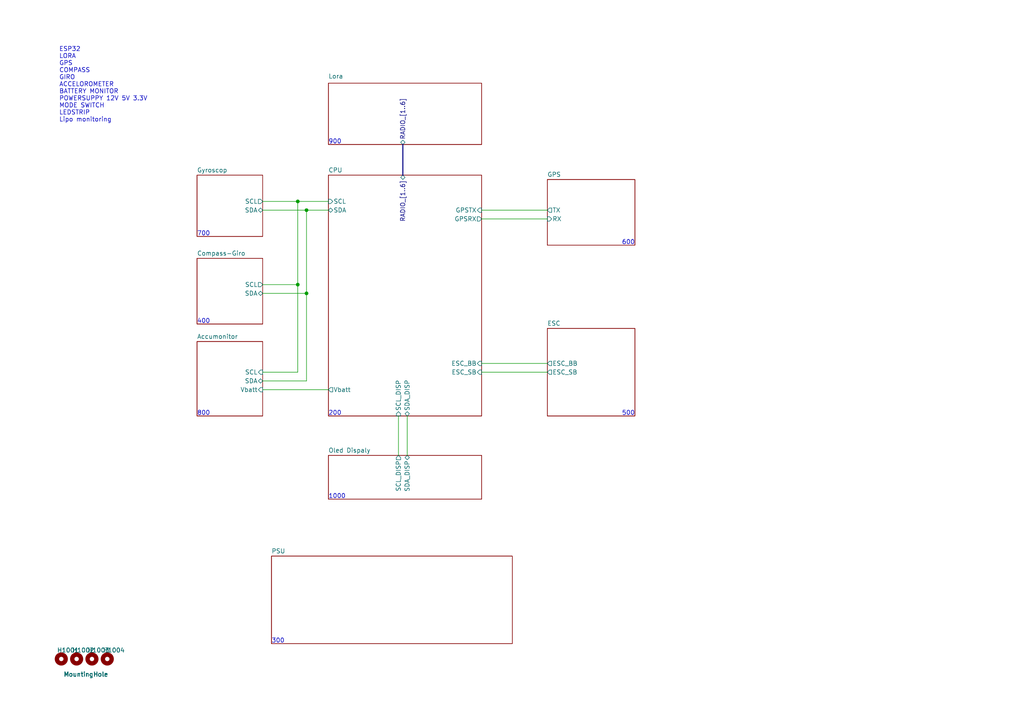
<source format=kicad_sch>
(kicad_sch (version 20230121) (generator eeschema)
  (paper "A4")
  (title_block (title "NicE Buoy") (date "2023-06-20") (rev "1.1") (company "NicE Engineering"))
  (lib_symbols
    (symbol "Mechanical:MountingHole" (pin_names (offset 1.016))
      (property "Reference" "H" (at 0 5.08 0))
      (property "Value" "MountingHole" (at 0 3.175 0))
      (symbol "MountingHole_0_1"
        (circle (center 0 0) (radius 1.27) (stroke (width 1.27)))
      )
    )
  )
  (junction (at 88.9 60.96))
  (junction (at 86.36 82.55))
  (junction (at 88.9 85.09))
  (junction (at 86.36 58.42))
  (wire (pts (xy 139.7 105.41) (xy 158.75 105.41)))
  (wire (pts (xy 76.2 82.55) (xy 86.36 82.55)))
  (wire (pts (xy 76.2 58.42) (xy 86.36 58.42)))
  (wire (pts (xy 88.9 85.09) (xy 88.9 110.49)))
  (wire (pts (xy 118.11 120.65) (xy 118.11 132.08)))
  (wire (pts (xy 139.7 60.96) (xy 158.75 60.96)))
  (wire (pts (xy 88.9 60.96) (xy 88.9 85.09)))
  (bus (pts (xy 116.84 41.91) (xy 116.84 50.8)))
  (wire (pts (xy 76.2 113.03) (xy 95.25 113.03)))
  (wire (pts (xy 115.57 120.65) (xy 115.57 132.08)))
  (wire (pts (xy 86.36 58.42) (xy 86.36 82.55)))
  (wire (pts (xy 86.36 82.55) (xy 86.36 107.95)))
  (wire (pts (xy 88.9 110.49) (xy 76.2 110.49)))
  (wire (pts (xy 88.9 60.96) (xy 95.25 60.96)))
  (wire (pts (xy 139.7 63.5) (xy 158.75 63.5)))
  (wire (pts (xy 76.2 60.96) (xy 88.9 60.96)))
  (wire (pts (xy 86.36 107.95) (xy 76.2 107.95)))
  (wire (pts (xy 86.36 58.42) (xy 95.25 58.42)))
  (wire (pts (xy 139.7 107.95) (xy 158.75 107.95)))
  (wire (pts (xy 76.2 85.09) (xy 88.9 85.09)))
  (text "400" (at 57.15 93.98 0) (effects (font (size 1.27 1.27)) (justify left bottom)))
  (text "1000" (at 95.25 144.78 0) (effects (font (size 1.27 1.27)) (justify left bottom)))
  (text "200" (at 95.25 120.65 0) (effects (font (size 1.27 1.27)) (justify left bottom)))
  (text "300" (at 78.74 186.69 0) (effects (font (size 1.27 1.27)) (justify left bottom)))
  (text "800" (at 57.15 120.65 0) (effects (font (size 1.27 1.27)) (justify left bottom)))
  (text "600" (at 180.34 71.12 0) (effects (font (size 1.27 1.27)) (justify left bottom)))
  (text "ESP32\nLORA\nGPS\nCOMPASS\nGIRO\nACCELOROMETER\nBATTERY MONITOR\nPOWERSUPPY 12V 5V 3.3V\nMODE SWITCH\nLEDSTRIP\nLipo monitoring\n" (at 17.145 35.56 0) (effects (font (size 1.27 1.27)) (justify left bottom)))
  (text "900" (at 95.25 41.91 0) (effects (font (size 1.27 1.27)) (justify left bottom)))
  (text "500" (at 180.34 120.65 0) (effects (font (size 1.27 1.27)) (justify left bottom)))
  (text "700\n" (at 57.15 68.58 0) (effects (font (size 1.27 1.27)) (justify left bottom)))
  (symbol (lib_id "Mechanical:MountingHole") (at 31.115 191.135 0) (unit 1)
    (property "Reference" "H1004" (at 29.845 188.595 0) (effects (justify left)))
    (property "Value" "MountingHole" (at 18.415 195.58 0) (effects (justify left)))
    (property "Footprint" "A_Mechanical:NPTH_M3" (effects hide))
  )
  (symbol (lib_id "Mechanical:MountingHole") (at 26.67 191.135 0) (unit 1)
    (property "Reference" "H1003" (at 25.4 188.595 0) (effects (justify left)))
    (property "Value" "MountingHole" (at 18.415 195.58 0) (effects (justify left)))
    (property "Footprint" "A_Mechanical:NPTH_M3" (effects hide))
  )
  (symbol (lib_id "Mechanical:MountingHole") (at 22.225 191.135 0) (unit 1)
    (property "Reference" "H1002" (at 20.955 188.595 0) (effects (justify left)))
    (property "Value" "MountingHole" (at 18.415 195.58 0) (effects (justify left)))
    (property "Footprint" "A_Mechanical:NPTH_M3" (effects hide))
  )
  (symbol (lib_id "Mechanical:MountingHole") (at 17.78 191.135 0) (unit 1)
    (property "Reference" "H1001" (at 16.51 188.595 0) (effects (justify left)))
    (property "Value" "MountingHole" (at 18.415 195.58 0) (effects (justify left)))
    (property "Footprint" "A_Mechanical:NPTH_M3" (effects hide))
  )
  (sheet (at 57.15 99.06) (size 19.05 21.59) (stroke (width 0.1524))
    (property "Sheetname" "Accumonitor" (at 57.15 98.3484 0) (effects (justify left bottom)))
    (property "Sheetfile" "Accumonitor.kicad_sch" (effects hide))
    (pin "SDA" bidirectional (at 76.2 110.49 0))
    (pin "SCL" input (at 76.2 107.95 0))
    (pin "Vbatt" input (at 76.2 113.03 0))
  )
  (sheet (at 95.25 24.13) (size 44.45 17.78) (stroke (width 0.1524))
    (property "Sheetname" "Lora" (at 95.25 22.86 0) (effects (justify left bottom)))
    (property "Sheetfile" "Lora.kicad_sch" (effects hide))
    (pin "RADIO_[1..6]" bidirectional (at 116.84 41.91 270))
  )
  (sheet (at 95.25 50.8) (size 44.45 69.85) (stroke (width 0.1524))
    (property "Sheetname" "CPU" (at 95.25 50.0884 0) (effects (justify left bottom)))
    (property "Sheetfile" "CPU_sch.kicad_sch" (effects hide))
    (pin "SDA" bidirectional (at 95.25 60.96 180))
    (pin "SCL" input (at 95.25 58.42 180))
    (pin "GPSRX" output (at 139.7 63.5 0))
    (pin "ESC_BB" input (at 139.7 105.41 0))
    (pin "GPSTX" input (at 139.7 60.96 0))
    (pin "ESC_SB" input (at 139.7 107.95 0))
    (pin "RADIO_[1..6]" bidirectional (at 116.84 50.8 90))
    (pin "SCL_DISP" input (at 115.57 120.65 270))
    (pin "SDA_DISP" bidirectional (at 118.11 120.65 270))
    (pin "Vbatt" output (at 95.25 113.03 180))
  )
  (sheet (at 158.75 52.07) (size 25.4 19.05) (stroke (width 0.1524))
    (property "Sheetname" "GPS" (at 158.75 51.3584 0) (effects (justify left bottom)))
    (property "Sheetfile" "Gps_sch.kicad_sch" (effects hide))
    (pin "RX" input (at 158.75 63.5 180))
    (pin "TX" output (at 158.75 60.96 180))
  )
  (sheet (at 57.15 74.93) (size 19.05 19.05) (stroke (width 0.1524))
    (property "Sheetname" "Compass-Giro" (at 57.15 74.2184 0) (effects (justify left bottom)))
    (property "Sheetfile" "Compass_sch.kicad_sch" (effects hide))
    (pin "SCL" output (at 76.2 82.55 0))
    (pin "SDA" bidirectional (at 76.2 85.09 0))
  )
  (sheet (at 57.15 50.8) (size 19.05 17.78) (stroke (width 0.1524))
    (property "Sheetname" "Gyroscop" (at 57.15 50.0884 0) (effects (justify left bottom)))
    (property "Sheetfile" "Gyroscoop.kicad_sch" (effects hide))
    (pin "SDA" bidirectional (at 76.2 60.96 0))
    (pin "SCL" output (at 76.2 58.42 0))
  )
  (sheet (at 78.74 161.29) (size 69.85 25.4) (stroke (width 0.1524))
    (property "Sheetname" "PSU" (at 78.74 160.5784 0) (effects (justify left bottom)))
    (property "Sheetfile" "PSU_sch.kicad_sch" (effects hide))
  )
  (sheet (at 95.25 132.08) (size 44.45 12.7) (stroke (width 0.1524))
    (property "Sheetname" "Oled Dispaly" (at 95.25 131.3684 0) (effects (justify left bottom)))
    (property "Sheetfile" "OledDispaly.kicad_sch" (effects hide))
    (pin "SCL_DISP" output (at 115.57 132.08 90))
    (pin "SDA_DISP" bidirectional (at 118.11 132.08 90))
  )
  (sheet (at 158.75 95.25) (size 25.4 25.4) (stroke (width 0.1524))
    (property "Sheetname" "ESC" (at 158.75 94.5384 0) (effects (justify left bottom)))
    (property "Sheetfile" "Esc_sch.kicad_sch" (effects hide))
    (pin "ESC_BB" output (at 158.75 105.41 180))
    (pin "ESC_SB" output (at 158.75 107.95 180))
  )
)
</source>
